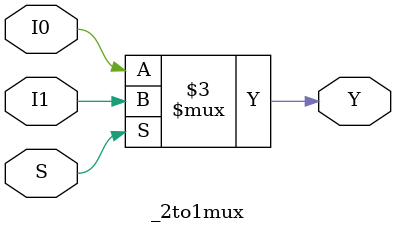
<source format=v>
`timescale 1ns / 1ps


module _2to1mux(
input S,I0,I1,
output reg  Y
    );
    
always@(*)
begin 
    Y=(S==0)?(I0):(I1);
end
endmodule

</source>
